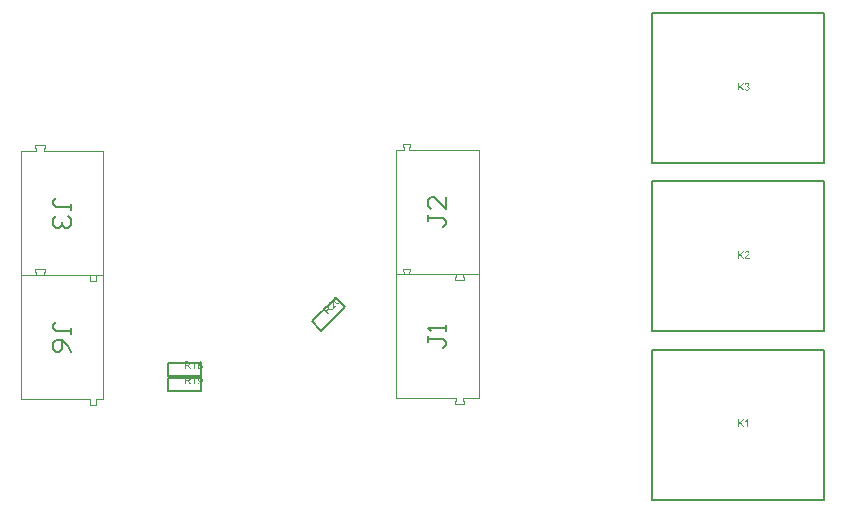
<source format=gbr>
%TF.GenerationSoftware,Altium Limited,Altium Designer,21.6.4 (81)*%
G04 Layer_Color=8388736*
%FSLAX43Y43*%
%MOMM*%
%TF.SameCoordinates,EF7AACBD-433E-4B6D-8733-A8E214C0EB56*%
%TF.FilePolarity,Positive*%
%TF.FileFunction,Other,Top_Assembly*%
%TF.Part,Single*%
G01*
G75*
%TA.AperFunction,NonConductor*%
%ADD58C,0.100*%
%ADD60C,0.200*%
%ADD79C,0.150*%
G36*
X27031Y23785D02*
X26952D01*
Y24286D01*
X26951Y24285D01*
X26947Y24281D01*
X26941Y24275D01*
X26932Y24269D01*
X26922Y24261D01*
X26909Y24251D01*
X26894Y24241D01*
X26877Y24231D01*
X26876D01*
X26876Y24230D01*
X26870Y24226D01*
X26861Y24222D01*
X26850Y24216D01*
X26837Y24210D01*
X26823Y24203D01*
X26809Y24197D01*
X26795Y24191D01*
Y24267D01*
X26796D01*
X26798Y24269D01*
X26802Y24270D01*
X26806Y24273D01*
X26812Y24275D01*
X26818Y24279D01*
X26834Y24288D01*
X26852Y24299D01*
X26871Y24312D01*
X26890Y24326D01*
X26910Y24342D01*
X26911Y24343D01*
X26912Y24344D01*
X26914Y24347D01*
X26918Y24349D01*
X26926Y24359D01*
X26938Y24370D01*
X26949Y24383D01*
X26961Y24398D01*
X26971Y24412D01*
X26980Y24428D01*
X27031D01*
Y23785D01*
D02*
G37*
G36*
X26427Y24424D02*
X26435D01*
X26455Y24423D01*
X26475Y24421D01*
X26497Y24418D01*
X26518Y24413D01*
X26528Y24410D01*
X26536Y24408D01*
X26537D01*
X26538Y24407D01*
X26544Y24404D01*
X26552Y24400D01*
X26562Y24394D01*
X26573Y24386D01*
X26585Y24374D01*
X26596Y24361D01*
X26607Y24347D01*
Y24346D01*
X26608Y24345D01*
X26612Y24339D01*
X26616Y24330D01*
X26621Y24318D01*
X26626Y24304D01*
X26631Y24288D01*
X26633Y24270D01*
X26634Y24251D01*
Y24250D01*
Y24248D01*
Y24244D01*
X26633Y24239D01*
Y24233D01*
X26632Y24226D01*
X26629Y24211D01*
X26623Y24192D01*
X26616Y24173D01*
X26605Y24153D01*
X26597Y24144D01*
X26590Y24135D01*
X26589Y24134D01*
X26588Y24133D01*
X26585Y24130D01*
X26582Y24128D01*
X26577Y24124D01*
X26571Y24120D01*
X26564Y24116D01*
X26557Y24110D01*
X26547Y24105D01*
X26537Y24101D01*
X26526Y24095D01*
X26514Y24091D01*
X26500Y24087D01*
X26486Y24082D01*
X26471Y24079D01*
X26454Y24077D01*
X26456Y24076D01*
X26460Y24074D01*
X26465Y24070D01*
X26472Y24067D01*
X26489Y24056D01*
X26497Y24050D01*
X26505Y24044D01*
X26507Y24043D01*
X26511Y24038D01*
X26519Y24030D01*
X26528Y24021D01*
X26538Y24008D01*
X26550Y23994D01*
X26562Y23978D01*
X26575Y23959D01*
X26685Y23785D01*
X26580D01*
X26496Y23919D01*
Y23920D01*
X26494Y23921D01*
X26492Y23924D01*
X26489Y23928D01*
X26483Y23938D01*
X26474Y23951D01*
X26464Y23965D01*
X26454Y23980D01*
X26444Y23994D01*
X26435Y24006D01*
X26434Y24007D01*
X26431Y24011D01*
X26426Y24017D01*
X26420Y24023D01*
X26406Y24037D01*
X26399Y24043D01*
X26391Y24049D01*
X26390Y24050D01*
X26388Y24051D01*
X26385Y24053D01*
X26379Y24055D01*
X26374Y24058D01*
X26367Y24061D01*
X26352Y24066D01*
X26351D01*
X26350Y24067D01*
X26346D01*
X26341Y24067D01*
X26335Y24068D01*
X26327D01*
X26317Y24069D01*
X26208D01*
Y23785D01*
X26123D01*
Y24425D01*
X26420D01*
X26427Y24424D01*
D02*
G37*
G36*
X27454Y24427D02*
X27462Y24426D01*
X27470Y24425D01*
X27479Y24424D01*
X27489Y24422D01*
X27511Y24416D01*
X27533Y24408D01*
X27544Y24402D01*
X27555Y24396D01*
X27565Y24387D01*
X27575Y24379D01*
X27576Y24378D01*
X27577Y24377D01*
X27580Y24374D01*
X27584Y24371D01*
X27587Y24365D01*
X27592Y24360D01*
X27601Y24346D01*
X27611Y24328D01*
X27619Y24308D01*
X27625Y24285D01*
X27626Y24273D01*
X27627Y24260D01*
Y24259D01*
Y24258D01*
Y24252D01*
X27626Y24244D01*
X27624Y24234D01*
X27622Y24221D01*
X27617Y24208D01*
X27612Y24195D01*
X27603Y24182D01*
X27602Y24180D01*
X27599Y24177D01*
X27593Y24171D01*
X27586Y24164D01*
X27575Y24155D01*
X27563Y24147D01*
X27550Y24139D01*
X27533Y24131D01*
X27534D01*
X27536Y24130D01*
X27538Y24129D01*
X27542Y24128D01*
X27553Y24123D01*
X27566Y24116D01*
X27580Y24107D01*
X27595Y24097D01*
X27609Y24084D01*
X27622Y24069D01*
Y24068D01*
X27623Y24067D01*
X27626Y24062D01*
X27632Y24053D01*
X27637Y24041D01*
X27643Y24026D01*
X27649Y24008D01*
X27652Y23989D01*
X27653Y23968D01*
Y23967D01*
Y23964D01*
Y23959D01*
X27652Y23954D01*
X27651Y23947D01*
X27650Y23939D01*
X27649Y23930D01*
X27646Y23920D01*
X27639Y23898D01*
X27635Y23886D01*
X27628Y23875D01*
X27622Y23863D01*
X27614Y23852D01*
X27605Y23841D01*
X27595Y23830D01*
X27594Y23829D01*
X27592Y23827D01*
X27589Y23824D01*
X27585Y23822D01*
X27578Y23817D01*
X27572Y23812D01*
X27563Y23808D01*
X27554Y23802D01*
X27544Y23797D01*
X27532Y23792D01*
X27519Y23787D01*
X27506Y23783D01*
X27491Y23780D01*
X27476Y23777D01*
X27460Y23775D01*
X27442Y23774D01*
X27433D01*
X27427Y23775D01*
X27418Y23776D01*
X27409Y23777D01*
X27399Y23779D01*
X27388Y23782D01*
X27363Y23788D01*
X27350Y23793D01*
X27338Y23798D01*
X27325Y23804D01*
X27312Y23811D01*
X27300Y23820D01*
X27289Y23830D01*
X27288Y23831D01*
X27286Y23833D01*
X27283Y23835D01*
X27280Y23840D01*
X27276Y23846D01*
X27270Y23852D01*
X27266Y23859D01*
X27260Y23869D01*
X27255Y23878D01*
X27250Y23889D01*
X27241Y23912D01*
X27237Y23926D01*
X27234Y23940D01*
X27232Y23955D01*
X27232Y23969D01*
Y23970D01*
Y23972D01*
Y23976D01*
X27232Y23980D01*
Y23985D01*
X27233Y23992D01*
X27235Y24006D01*
X27239Y24023D01*
X27244Y24040D01*
X27253Y24057D01*
X27263Y24074D01*
Y24075D01*
X27265Y24076D01*
X27269Y24080D01*
X27276Y24088D01*
X27286Y24097D01*
X27299Y24106D01*
X27315Y24116D01*
X27332Y24125D01*
X27354Y24131D01*
X27353D01*
X27352Y24132D01*
X27349Y24133D01*
X27345Y24135D01*
X27337Y24139D01*
X27326Y24144D01*
X27314Y24152D01*
X27302Y24161D01*
X27291Y24171D01*
X27281Y24182D01*
X27280Y24184D01*
X27277Y24188D01*
X27273Y24195D01*
X27269Y24204D01*
X27265Y24216D01*
X27261Y24230D01*
X27258Y24246D01*
X27257Y24263D01*
Y24263D01*
Y24265D01*
Y24269D01*
X27258Y24275D01*
X27259Y24280D01*
X27260Y24288D01*
X27264Y24303D01*
X27269Y24322D01*
X27279Y24341D01*
X27284Y24351D01*
X27291Y24361D01*
X27299Y24371D01*
X27307Y24380D01*
X27308Y24381D01*
X27310Y24382D01*
X27313Y24385D01*
X27317Y24387D01*
X27321Y24391D01*
X27328Y24395D01*
X27335Y24399D01*
X27342Y24404D01*
X27352Y24409D01*
X27362Y24413D01*
X27373Y24417D01*
X27385Y24421D01*
X27411Y24426D01*
X27426Y24427D01*
X27440Y24428D01*
X27449D01*
X27454Y24427D01*
D02*
G37*
G36*
X38923Y29871D02*
X38940Y29869D01*
X38942Y29868D01*
X38948Y29867D01*
X38956Y29864D01*
X38969Y29860D01*
X38983Y29854D01*
X38999Y29848D01*
X39017Y29840D01*
X39035Y29829D01*
X39036Y29829D01*
X39038Y29828D01*
X39041Y29827D01*
X39045Y29824D01*
X39049Y29821D01*
X39054Y29817D01*
X39062Y29812D01*
X39069Y29807D01*
X39077Y29801D01*
X39086Y29794D01*
X39096Y29785D01*
X39106Y29777D01*
X39117Y29767D01*
X39128Y29757D01*
X39140Y29746D01*
X39152Y29733D01*
X39153Y29733D01*
X39156Y29730D01*
X39160Y29726D01*
X39166Y29720D01*
X39172Y29712D01*
X39180Y29705D01*
X39188Y29695D01*
X39196Y29686D01*
X39215Y29663D01*
X39234Y29638D01*
X39250Y29613D01*
X39258Y29601D01*
X39264Y29588D01*
X39265Y29587D01*
X39266Y29585D01*
X39267Y29581D01*
X39269Y29576D01*
X39272Y29571D01*
X39274Y29563D01*
X39280Y29547D01*
X39285Y29529D01*
X39290Y29507D01*
X39292Y29486D01*
X39291Y29463D01*
X39290Y29462D01*
X39291Y29460D01*
X39290Y29457D01*
X39289Y29453D01*
X39288Y29448D01*
X39287Y29442D01*
X39282Y29427D01*
X39275Y29411D01*
X39266Y29393D01*
X39252Y29374D01*
X39235Y29355D01*
X39229Y29348D01*
X39224Y29344D01*
X39218Y29340D01*
X39210Y29335D01*
X39201Y29329D01*
X39192Y29323D01*
X39181Y29318D01*
X39170Y29312D01*
X39158Y29307D01*
X39145Y29303D01*
X39131Y29300D01*
X39116Y29298D01*
X39101Y29297D01*
X39086Y29298D01*
X39084D01*
X39081Y29299D01*
X39076Y29300D01*
X39067Y29302D01*
X39058Y29305D01*
X39047Y29309D01*
X39033Y29314D01*
X39019Y29320D01*
X39003Y29328D01*
X38986Y29338D01*
X38967Y29349D01*
X38946Y29363D01*
X38925Y29378D01*
X38903Y29395D01*
X38880Y29416D01*
X38857Y29438D01*
X38856Y29439D01*
X38854Y29441D01*
X38849Y29446D01*
X38844Y29451D01*
X38837Y29459D01*
X38829Y29467D01*
X38822Y29476D01*
X38812Y29486D01*
X38794Y29508D01*
X38776Y29533D01*
X38758Y29559D01*
X38751Y29571D01*
X38744Y29584D01*
X38743Y29584D01*
X38743Y29586D01*
X38741Y29590D01*
X38739Y29595D01*
X38736Y29601D01*
X38734Y29608D01*
X38728Y29624D01*
X38723Y29642D01*
X38719Y29663D01*
X38716Y29686D01*
X38718Y29708D01*
X38718Y29709D01*
X38718Y29710D01*
X38718Y29714D01*
X38720Y29718D01*
X38720Y29724D01*
X38722Y29729D01*
X38727Y29744D01*
X38734Y29761D01*
X38743Y29779D01*
X38757Y29798D01*
X38773Y29817D01*
X38779Y29823D01*
X38787Y29829D01*
X38797Y29837D01*
X38809Y29845D01*
X38822Y29852D01*
X38836Y29860D01*
X38852Y29865D01*
X38852Y29866D01*
X38854D01*
X38859Y29867D01*
X38867Y29869D01*
X38879Y29871D01*
X38892Y29872D01*
X38907Y29873D01*
X38923Y29871D01*
D02*
G37*
G36*
X38571Y29533D02*
X38582D01*
X38590Y29532D01*
X38598Y29531D01*
X38608Y29529D01*
X38627Y29523D01*
X38649Y29514D01*
X38660Y29508D01*
X38670Y29501D01*
X38680Y29493D01*
X38691Y29484D01*
X38692Y29482D01*
X38695Y29479D01*
X38700Y29473D01*
X38707Y29465D01*
X38713Y29456D01*
X38720Y29444D01*
X38727Y29432D01*
X38733Y29418D01*
X38733Y29416D01*
X38735Y29412D01*
X38738Y29404D01*
X38741Y29393D01*
X38744Y29380D01*
X38747Y29363D01*
X38749Y29346D01*
X38751Y29325D01*
Y29323D01*
X38752Y29316D01*
Y29309D01*
Y29303D01*
Y29295D01*
Y29284D01*
Y29274D01*
X38751Y29261D01*
Y29248D01*
X38750Y29233D01*
X38749Y29218D01*
X38748Y29200D01*
X38746Y29181D01*
X38745Y29161D01*
Y29160D01*
Y29157D01*
X38744Y29153D01*
X38744Y29147D01*
Y29139D01*
X38743Y29131D01*
X38741Y29112D01*
X38740Y29091D01*
X38739Y29070D01*
X38739Y29053D01*
X38738Y29046D01*
Y29039D01*
Y29038D01*
Y29034D01*
Y29029D01*
X38739Y29021D01*
X38740Y29014D01*
X38741Y29005D01*
X38744Y28986D01*
X38967Y29209D01*
X39020Y29155D01*
X38720Y28855D01*
X38720Y28856D01*
X38717Y28859D01*
X38713Y28863D01*
X38709Y28868D01*
X38703Y28875D01*
X38698Y28883D01*
X38693Y28891D01*
X38688Y28900D01*
X38688Y28901D01*
Y28902D01*
X38685Y28908D01*
X38682Y28916D01*
X38678Y28928D01*
X38674Y28942D01*
X38670Y28959D01*
X38667Y28977D01*
X38665Y28997D01*
X38664Y28998D01*
X38665Y29000D01*
X38664Y29007D01*
Y29019D01*
Y29036D01*
Y29055D01*
X38665Y29080D01*
X38667Y29108D01*
X38669Y29138D01*
Y29139D01*
X38670Y29144D01*
X38671Y29151D01*
X38671Y29159D01*
X38672Y29170D01*
X38673Y29184D01*
X38674Y29197D01*
X38675Y29213D01*
X38676Y29245D01*
X38676Y29277D01*
Y29293D01*
X38676Y29308D01*
X38675Y29322D01*
X38673Y29334D01*
X38673Y29335D01*
X38673Y29337D01*
X38673Y29340D01*
X38671Y29344D01*
X38669Y29355D01*
X38665Y29369D01*
X38660Y29384D01*
X38653Y29400D01*
X38643Y29415D01*
X38633Y29428D01*
X38632Y29429D01*
X38631Y29429D01*
X38627Y29433D01*
X38620Y29439D01*
X38610Y29444D01*
X38599Y29450D01*
X38585Y29455D01*
X38570Y29458D01*
X38553Y29459D01*
X38550D01*
X38544Y29459D01*
X38537Y29457D01*
X38525Y29455D01*
X38512Y29450D01*
X38497Y29443D01*
X38482Y29433D01*
X38468Y29420D01*
X38464Y29416D01*
X38462Y29413D01*
X38455Y29405D01*
X38448Y29393D01*
X38440Y29381D01*
X38434Y29365D01*
X38429Y29349D01*
X38427Y29331D01*
Y29329D01*
X38428Y29323D01*
X38429Y29314D01*
X38433Y29302D01*
X38438Y29288D01*
X38446Y29272D01*
X38456Y29257D01*
X38470Y29240D01*
X38407Y29189D01*
X38406Y29190D01*
X38405Y29193D01*
X38402Y29196D01*
X38398Y29201D01*
X38394Y29208D01*
X38389Y29215D01*
X38384Y29224D01*
X38379Y29233D01*
X38369Y29254D01*
X38361Y29278D01*
X38357Y29290D01*
X38355Y29304D01*
X38354Y29317D01*
Y29330D01*
Y29331D01*
X38355Y29333D01*
Y29337D01*
X38356Y29342D01*
X38357Y29349D01*
X38359Y29356D01*
X38361Y29365D01*
X38365Y29374D01*
X38369Y29385D01*
X38373Y29396D01*
X38379Y29407D01*
X38386Y29419D01*
X38393Y29431D01*
X38402Y29443D01*
X38412Y29455D01*
X38423Y29467D01*
X38430Y29474D01*
X38435Y29478D01*
X38441Y29482D01*
X38448Y29488D01*
X38457Y29494D01*
X38465Y29500D01*
X38487Y29512D01*
X38510Y29523D01*
X38523Y29527D01*
X38536Y29531D01*
X38550Y29533D01*
X38563Y29534D01*
X38565D01*
X38567Y29535D01*
X38571Y29533D01*
D02*
G37*
G36*
X38223Y29172D02*
X38241Y29170D01*
X38242Y29169D01*
X38243D01*
X38250Y29168D01*
X38259Y29164D01*
X38271Y29159D01*
X38284Y29153D01*
X38299Y29144D01*
X38314Y29134D01*
X38328Y29121D01*
X38329Y29120D01*
X38330Y29119D01*
X38333Y29116D01*
X38335Y29112D01*
X38340Y29108D01*
X38344Y29103D01*
X38352Y29089D01*
X38361Y29072D01*
X38370Y29053D01*
X38376Y29031D01*
X38377Y29019D01*
X38378Y29008D01*
Y29006D01*
Y29005D01*
Y29001D01*
X38378Y28997D01*
X38377Y28991D01*
X38376Y28984D01*
X38374Y28976D01*
X38373Y28967D01*
X38369Y28957D01*
X38365Y28946D01*
X38361Y28934D01*
X38356Y28923D01*
X38349Y28910D01*
X38342Y28897D01*
X38333Y28884D01*
X38323Y28870D01*
X38325Y28871D01*
X38329Y28872D01*
X38336Y28874D01*
X38344Y28876D01*
X38363Y28881D01*
X38373Y28882D01*
X38382Y28883D01*
X38415D01*
X38431Y28882D01*
X38450Y28880D01*
X38470Y28877D01*
X38492Y28873D01*
X38693Y28828D01*
X38618Y28753D01*
X38465Y28788D01*
X38464Y28789D01*
X38461D01*
X38458Y28789D01*
X38454Y28790D01*
X38442Y28793D01*
X38427Y28796D01*
X38410Y28799D01*
X38392Y28802D01*
X38375Y28804D01*
X38359Y28807D01*
X38358D01*
X38354Y28808D01*
X38346Y28808D01*
X38318D01*
X38308Y28808D01*
X38299Y28806D01*
X38297D01*
X38295Y28806D01*
X38291Y28804D01*
X38286Y28802D01*
X38280Y28800D01*
X38273Y28798D01*
X38259Y28791D01*
X38259Y28790D01*
X38257Y28789D01*
X38254Y28787D01*
X38250Y28784D01*
X38245Y28780D01*
X38240Y28775D01*
X38232Y28768D01*
X38155Y28691D01*
X38355Y28491D01*
X38295Y28430D01*
X37843Y28883D01*
X38053Y29093D01*
X38059Y29097D01*
X38065Y29103D01*
X38079Y29116D01*
X38095Y29129D01*
X38113Y29142D01*
X38131Y29153D01*
X38140Y29159D01*
X38148Y29163D01*
X38148Y29163D01*
X38150D01*
X38155Y29165D01*
X38164Y29169D01*
X38176Y29171D01*
X38189Y29173D01*
X38206Y29174D01*
X38223Y29172D01*
D02*
G37*
G36*
X73223Y33512D02*
X73503Y33132D01*
X73391D01*
X73163Y33454D01*
X73059Y33354D01*
Y33132D01*
X72974D01*
Y33772D01*
X73059D01*
Y33453D01*
X73375Y33772D01*
X73491D01*
X73223Y33512D01*
D02*
G37*
G36*
X73769Y33773D02*
X73776Y33772D01*
X73786Y33772D01*
X73796Y33770D01*
X73806Y33768D01*
X73830Y33761D01*
X73854Y33752D01*
X73866Y33747D01*
X73878Y33740D01*
X73889Y33732D01*
X73899Y33723D01*
X73900Y33722D01*
X73902Y33721D01*
X73904Y33717D01*
X73908Y33713D01*
X73912Y33709D01*
X73917Y33702D01*
X73921Y33696D01*
X73927Y33687D01*
X73936Y33670D01*
X73946Y33648D01*
X73949Y33637D01*
X73951Y33624D01*
X73953Y33611D01*
X73954Y33597D01*
Y33595D01*
Y33590D01*
X73953Y33583D01*
X73952Y33573D01*
X73950Y33562D01*
X73946Y33549D01*
X73943Y33535D01*
X73937Y33521D01*
X73936Y33519D01*
X73934Y33515D01*
X73931Y33507D01*
X73925Y33497D01*
X73918Y33486D01*
X73909Y33472D01*
X73897Y33458D01*
X73884Y33442D01*
X73883Y33441D01*
X73878Y33435D01*
X73873Y33430D01*
X73869Y33426D01*
X73863Y33420D01*
X73856Y33413D01*
X73848Y33405D01*
X73839Y33397D01*
X73830Y33388D01*
X73819Y33378D01*
X73807Y33368D01*
X73794Y33355D01*
X73779Y33343D01*
X73764Y33331D01*
X73763Y33330D01*
X73762Y33328D01*
X73758Y33325D01*
X73753Y33321D01*
X73748Y33316D01*
X73741Y33310D01*
X73726Y33298D01*
X73711Y33284D01*
X73696Y33270D01*
X73683Y33258D01*
X73677Y33254D01*
X73673Y33249D01*
X73672Y33248D01*
X73669Y33245D01*
X73665Y33242D01*
X73661Y33236D01*
X73656Y33230D01*
X73651Y33223D01*
X73639Y33208D01*
X73955D01*
Y33132D01*
X73530D01*
Y33133D01*
Y33136D01*
Y33142D01*
X73531Y33149D01*
X73532Y33158D01*
X73534Y33167D01*
X73536Y33176D01*
X73540Y33186D01*
Y33187D01*
X73541Y33188D01*
X73542Y33194D01*
X73546Y33202D01*
X73552Y33213D01*
X73559Y33226D01*
X73568Y33241D01*
X73578Y33256D01*
X73591Y33271D01*
Y33272D01*
X73593Y33273D01*
X73598Y33279D01*
X73606Y33287D01*
X73618Y33299D01*
X73632Y33313D01*
X73650Y33330D01*
X73671Y33348D01*
X73694Y33368D01*
X73695Y33368D01*
X73699Y33371D01*
X73704Y33376D01*
X73711Y33381D01*
X73719Y33389D01*
X73729Y33397D01*
X73739Y33406D01*
X73751Y33417D01*
X73774Y33439D01*
X73798Y33461D01*
X73809Y33472D01*
X73819Y33483D01*
X73828Y33493D01*
X73835Y33503D01*
Y33504D01*
X73837Y33505D01*
X73839Y33508D01*
X73841Y33512D01*
X73848Y33522D01*
X73855Y33534D01*
X73861Y33549D01*
X73868Y33564D01*
X73872Y33582D01*
X73873Y33599D01*
Y33600D01*
Y33601D01*
X73872Y33606D01*
X73872Y33615D01*
X73869Y33625D01*
X73865Y33638D01*
X73859Y33651D01*
X73850Y33664D01*
X73839Y33677D01*
X73837Y33679D01*
X73833Y33683D01*
X73826Y33687D01*
X73816Y33694D01*
X73803Y33699D01*
X73788Y33705D01*
X73771Y33709D01*
X73751Y33710D01*
X73746D01*
X73742Y33709D01*
X73731Y33708D01*
X73718Y33705D01*
X73704Y33701D01*
X73688Y33695D01*
X73674Y33686D01*
X73660Y33675D01*
X73658Y33674D01*
X73654Y33669D01*
X73649Y33662D01*
X73643Y33650D01*
X73637Y33637D01*
X73631Y33621D01*
X73627Y33602D01*
X73626Y33581D01*
X73545Y33589D01*
Y33590D01*
X73546Y33593D01*
Y33598D01*
X73547Y33604D01*
X73549Y33612D01*
X73551Y33620D01*
X73553Y33630D01*
X73556Y33640D01*
X73564Y33662D01*
X73575Y33685D01*
X73581Y33696D01*
X73590Y33707D01*
X73598Y33717D01*
X73607Y33726D01*
X73608Y33727D01*
X73610Y33728D01*
X73613Y33731D01*
X73617Y33734D01*
X73623Y33737D01*
X73629Y33741D01*
X73637Y33746D01*
X73646Y33750D01*
X73656Y33755D01*
X73667Y33760D01*
X73679Y33763D01*
X73692Y33767D01*
X73706Y33770D01*
X73721Y33772D01*
X73737Y33773D01*
X73753Y33774D01*
X73762D01*
X73769Y33773D01*
D02*
G37*
G36*
X73762Y48008D02*
X73774Y48007D01*
X73788Y48004D01*
X73805Y47999D01*
X73822Y47994D01*
X73838Y47986D01*
X73839D01*
X73840Y47985D01*
X73846Y47983D01*
X73854Y47977D01*
X73863Y47971D01*
X73874Y47961D01*
X73885Y47951D01*
X73897Y47939D01*
X73906Y47925D01*
X73907Y47923D01*
X73909Y47919D01*
X73913Y47910D01*
X73918Y47900D01*
X73922Y47888D01*
X73926Y47874D01*
X73929Y47859D01*
X73930Y47843D01*
Y47841D01*
Y47836D01*
X73929Y47828D01*
X73927Y47818D01*
X73924Y47806D01*
X73920Y47793D01*
X73914Y47780D01*
X73907Y47767D01*
X73906Y47765D01*
X73903Y47762D01*
X73897Y47755D01*
X73890Y47748D01*
X73881Y47739D01*
X73870Y47730D01*
X73857Y47722D01*
X73841Y47714D01*
X73842D01*
X73844Y47713D01*
X73847Y47712D01*
X73850Y47711D01*
X73860Y47707D01*
X73873Y47702D01*
X73888Y47694D01*
X73903Y47685D01*
X73917Y47673D01*
X73930Y47659D01*
X73931Y47657D01*
X73934Y47652D01*
X73940Y47642D01*
X73946Y47630D01*
X73951Y47616D01*
X73957Y47598D01*
X73960Y47578D01*
X73961Y47555D01*
Y47555D01*
Y47552D01*
Y47547D01*
X73960Y47542D01*
X73959Y47534D01*
X73958Y47526D01*
X73956Y47517D01*
X73954Y47506D01*
X73946Y47484D01*
X73941Y47472D01*
X73935Y47461D01*
X73928Y47449D01*
X73920Y47437D01*
X73910Y47425D01*
X73899Y47414D01*
X73898Y47413D01*
X73897Y47411D01*
X73893Y47408D01*
X73888Y47405D01*
X73883Y47400D01*
X73875Y47396D01*
X73867Y47390D01*
X73857Y47385D01*
X73847Y47380D01*
X73835Y47374D01*
X73823Y47370D01*
X73809Y47365D01*
X73794Y47361D01*
X73778Y47359D01*
X73762Y47357D01*
X73745Y47356D01*
X73737D01*
X73731Y47357D01*
X73724Y47358D01*
X73715Y47359D01*
X73706Y47360D01*
X73696Y47362D01*
X73674Y47368D01*
X73651Y47377D01*
X73639Y47383D01*
X73627Y47389D01*
X73616Y47397D01*
X73605Y47406D01*
X73604Y47407D01*
X73603Y47408D01*
X73600Y47411D01*
X73597Y47415D01*
X73592Y47420D01*
X73588Y47426D01*
X73582Y47432D01*
X73577Y47441D01*
X73571Y47450D01*
X73566Y47459D01*
X73555Y47481D01*
X73547Y47507D01*
X73544Y47521D01*
X73542Y47536D01*
X73621Y47546D01*
Y47545D01*
X73622Y47543D01*
X73623Y47540D01*
X73624Y47535D01*
X73625Y47530D01*
X73627Y47523D01*
X73631Y47509D01*
X73638Y47493D01*
X73646Y47477D01*
X73655Y47462D01*
X73666Y47449D01*
X73668Y47448D01*
X73672Y47445D01*
X73679Y47440D01*
X73688Y47435D01*
X73700Y47430D01*
X73713Y47425D01*
X73729Y47421D01*
X73746Y47420D01*
X73751D01*
X73755Y47421D01*
X73765Y47422D01*
X73778Y47425D01*
X73793Y47430D01*
X73809Y47436D01*
X73824Y47445D01*
X73839Y47458D01*
X73841Y47460D01*
X73846Y47466D01*
X73851Y47474D01*
X73859Y47485D01*
X73866Y47499D01*
X73872Y47515D01*
X73876Y47533D01*
X73878Y47554D01*
Y47555D01*
Y47556D01*
Y47559D01*
X73877Y47563D01*
X73876Y47573D01*
X73873Y47585D01*
X73870Y47600D01*
X73863Y47615D01*
X73854Y47629D01*
X73842Y47643D01*
X73840Y47645D01*
X73835Y47649D01*
X73828Y47654D01*
X73818Y47661D01*
X73805Y47667D01*
X73789Y47673D01*
X73772Y47677D01*
X73752Y47678D01*
X73744D01*
X73737Y47678D01*
X73729Y47677D01*
X73720Y47675D01*
X73709Y47673D01*
X73697Y47670D01*
X73706Y47739D01*
X73711D01*
X73714Y47739D01*
X73726D01*
X73737Y47740D01*
X73749Y47742D01*
X73762Y47745D01*
X73778Y47750D01*
X73793Y47756D01*
X73809Y47764D01*
X73810D01*
X73811Y47765D01*
X73815Y47769D01*
X73822Y47776D01*
X73829Y47784D01*
X73836Y47796D01*
X73843Y47810D01*
X73848Y47825D01*
X73849Y47835D01*
Y47845D01*
Y47846D01*
Y47847D01*
Y47852D01*
X73848Y47860D01*
X73846Y47870D01*
X73842Y47881D01*
X73837Y47893D01*
X73830Y47905D01*
X73820Y47916D01*
X73819Y47917D01*
X73814Y47921D01*
X73808Y47925D01*
X73799Y47931D01*
X73788Y47935D01*
X73775Y47940D01*
X73761Y47944D01*
X73744Y47945D01*
X73737D01*
X73728Y47943D01*
X73717Y47941D01*
X73705Y47937D01*
X73693Y47933D01*
X73680Y47925D01*
X73668Y47916D01*
X73667Y47915D01*
X73664Y47910D01*
X73658Y47904D01*
X73651Y47895D01*
X73645Y47883D01*
X73639Y47868D01*
X73633Y47850D01*
X73629Y47830D01*
X73551Y47844D01*
Y47845D01*
X73552Y47848D01*
X73553Y47851D01*
X73553Y47857D01*
X73555Y47863D01*
X73558Y47871D01*
X73564Y47888D01*
X73573Y47909D01*
X73584Y47929D01*
X73598Y47948D01*
X73615Y47966D01*
X73616Y47967D01*
X73618Y47968D01*
X73621Y47970D01*
X73625Y47972D01*
X73629Y47976D01*
X73636Y47980D01*
X73642Y47984D01*
X73651Y47988D01*
X73669Y47996D01*
X73690Y48003D01*
X73715Y48008D01*
X73728Y48009D01*
X73751D01*
X73762Y48008D01*
D02*
G37*
G36*
X73223Y47747D02*
X73503Y47367D01*
X73391D01*
X73163Y47690D01*
X73059Y47589D01*
Y47367D01*
X72974D01*
Y48007D01*
X73059D01*
Y47689D01*
X73375Y48007D01*
X73491D01*
X73223Y47747D01*
D02*
G37*
G36*
X27444Y23132D02*
X27449D01*
X27455Y23131D01*
X27471Y23128D01*
X27489Y23124D01*
X27508Y23118D01*
X27527Y23110D01*
X27547Y23098D01*
X27548D01*
X27549Y23097D01*
X27551Y23095D01*
X27555Y23092D01*
X27564Y23085D01*
X27576Y23074D01*
X27588Y23061D01*
X27602Y23044D01*
X27614Y23024D01*
X27625Y23002D01*
Y23001D01*
X27626Y23000D01*
X27628Y22996D01*
X27630Y22991D01*
X27632Y22985D01*
X27635Y22976D01*
X27636Y22967D01*
X27639Y22957D01*
X27642Y22945D01*
X27645Y22931D01*
X27647Y22916D01*
X27649Y22901D01*
X27650Y22883D01*
X27652Y22865D01*
X27653Y22844D01*
Y22823D01*
Y22822D01*
Y22817D01*
Y22811D01*
Y22803D01*
X27652Y22792D01*
Y22780D01*
X27651Y22767D01*
X27649Y22753D01*
X27647Y22721D01*
X27642Y22688D01*
X27636Y22656D01*
X27631Y22641D01*
X27626Y22627D01*
Y22626D01*
X27625Y22624D01*
X27624Y22620D01*
X27622Y22615D01*
X27619Y22609D01*
X27615Y22602D01*
X27606Y22586D01*
X27595Y22569D01*
X27582Y22550D01*
X27565Y22533D01*
X27547Y22517D01*
X27546D01*
X27544Y22515D01*
X27541Y22513D01*
X27538Y22511D01*
X27532Y22509D01*
X27526Y22505D01*
X27519Y22501D01*
X27512Y22498D01*
X27494Y22491D01*
X27473Y22485D01*
X27450Y22481D01*
X27424Y22479D01*
X27416D01*
X27412Y22480D01*
X27405D01*
X27398Y22481D01*
X27380Y22485D01*
X27361Y22489D01*
X27341Y22497D01*
X27320Y22507D01*
X27310Y22513D01*
X27301Y22521D01*
X27300Y22522D01*
X27299Y22522D01*
X27296Y22525D01*
X27293Y22528D01*
X27290Y22533D01*
X27285Y22538D01*
X27276Y22551D01*
X27267Y22568D01*
X27257Y22588D01*
X27250Y22611D01*
X27244Y22638D01*
X27320Y22644D01*
Y22644D01*
X27321Y22642D01*
Y22640D01*
X27322Y22636D01*
X27325Y22626D01*
X27329Y22615D01*
X27333Y22602D01*
X27340Y22589D01*
X27347Y22577D01*
X27356Y22567D01*
X27357Y22566D01*
X27361Y22563D01*
X27367Y22559D01*
X27375Y22556D01*
X27385Y22551D01*
X27397Y22547D01*
X27411Y22545D01*
X27426Y22544D01*
X27432D01*
X27439Y22545D01*
X27447Y22546D01*
X27457Y22547D01*
X27467Y22550D01*
X27478Y22554D01*
X27489Y22559D01*
X27489Y22560D01*
X27493Y22562D01*
X27499Y22566D01*
X27504Y22571D01*
X27512Y22578D01*
X27519Y22585D01*
X27526Y22594D01*
X27534Y22604D01*
X27535Y22605D01*
X27537Y22609D01*
X27540Y22616D01*
X27544Y22624D01*
X27549Y22635D01*
X27553Y22648D01*
X27558Y22663D01*
X27563Y22680D01*
Y22681D01*
X27563Y22681D01*
Y22684D01*
X27564Y22688D01*
X27566Y22697D01*
X27569Y22709D01*
X27571Y22724D01*
X27573Y22740D01*
X27574Y22757D01*
X27575Y22776D01*
Y22777D01*
Y22779D01*
Y22784D01*
Y22791D01*
X27574Y22790D01*
X27570Y22785D01*
X27564Y22779D01*
X27558Y22769D01*
X27549Y22760D01*
X27538Y22750D01*
X27525Y22740D01*
X27510Y22730D01*
X27508Y22730D01*
X27502Y22727D01*
X27494Y22723D01*
X27484Y22719D01*
X27470Y22715D01*
X27455Y22711D01*
X27439Y22708D01*
X27421Y22707D01*
X27414D01*
X27408Y22708D01*
X27401Y22709D01*
X27393Y22710D01*
X27384Y22712D01*
X27375Y22715D01*
X27354Y22721D01*
X27342Y22726D01*
X27331Y22731D01*
X27319Y22738D01*
X27308Y22746D01*
X27297Y22755D01*
X27287Y22765D01*
X27286Y22766D01*
X27284Y22767D01*
X27282Y22770D01*
X27279Y22775D01*
X27274Y22781D01*
X27269Y22788D01*
X27265Y22796D01*
X27260Y22805D01*
X27255Y22816D01*
X27250Y22827D01*
X27245Y22840D01*
X27241Y22853D01*
X27237Y22867D01*
X27235Y22883D01*
X27233Y22899D01*
X27232Y22916D01*
Y22917D01*
Y22921D01*
Y22926D01*
X27233Y22932D01*
X27234Y22940D01*
X27235Y22951D01*
X27237Y22961D01*
X27240Y22973D01*
X27246Y22997D01*
X27251Y23010D01*
X27257Y23024D01*
X27263Y23037D01*
X27271Y23049D01*
X27280Y23061D01*
X27290Y23073D01*
X27291Y23073D01*
X27293Y23075D01*
X27295Y23078D01*
X27300Y23082D01*
X27306Y23086D01*
X27313Y23092D01*
X27320Y23097D01*
X27330Y23103D01*
X27339Y23109D01*
X27350Y23113D01*
X27375Y23123D01*
X27388Y23127D01*
X27403Y23130D01*
X27417Y23132D01*
X27433Y23133D01*
X27440D01*
X27444Y23132D01*
D02*
G37*
G36*
X27031Y22490D02*
X26952D01*
Y22990D01*
X26951Y22989D01*
X26947Y22986D01*
X26941Y22980D01*
X26932Y22974D01*
X26922Y22965D01*
X26909Y22956D01*
X26894Y22946D01*
X26877Y22936D01*
X26876D01*
X26876Y22935D01*
X26870Y22931D01*
X26861Y22926D01*
X26850Y22921D01*
X26837Y22914D01*
X26823Y22908D01*
X26809Y22902D01*
X26795Y22896D01*
Y22972D01*
X26796D01*
X26798Y22974D01*
X26802Y22975D01*
X26806Y22977D01*
X26812Y22980D01*
X26818Y22984D01*
X26834Y22993D01*
X26852Y23003D01*
X26871Y23016D01*
X26890Y23031D01*
X26910Y23047D01*
X26911Y23048D01*
X26912Y23049D01*
X26914Y23051D01*
X26918Y23054D01*
X26926Y23063D01*
X26938Y23074D01*
X26949Y23087D01*
X26961Y23102D01*
X26971Y23117D01*
X26980Y23133D01*
X27031D01*
Y22490D01*
D02*
G37*
G36*
X26427Y23129D02*
X26435D01*
X26455Y23128D01*
X26475Y23125D01*
X26497Y23122D01*
X26518Y23118D01*
X26528Y23115D01*
X26536Y23112D01*
X26537D01*
X26538Y23111D01*
X26544Y23109D01*
X26552Y23105D01*
X26562Y23098D01*
X26573Y23090D01*
X26585Y23079D01*
X26596Y23066D01*
X26607Y23051D01*
Y23050D01*
X26608Y23049D01*
X26612Y23044D01*
X26616Y23035D01*
X26621Y23023D01*
X26626Y23009D01*
X26631Y22992D01*
X26633Y22975D01*
X26634Y22955D01*
Y22954D01*
Y22952D01*
Y22949D01*
X26633Y22944D01*
Y22938D01*
X26632Y22931D01*
X26629Y22915D01*
X26623Y22897D01*
X26616Y22877D01*
X26605Y22858D01*
X26597Y22849D01*
X26590Y22840D01*
X26589Y22839D01*
X26588Y22838D01*
X26585Y22835D01*
X26582Y22832D01*
X26577Y22828D01*
X26571Y22825D01*
X26564Y22820D01*
X26557Y22815D01*
X26547Y22810D01*
X26537Y22805D01*
X26526Y22800D01*
X26514Y22795D01*
X26500Y22791D01*
X26486Y22787D01*
X26471Y22784D01*
X26454Y22781D01*
X26456Y22780D01*
X26460Y22779D01*
X26465Y22775D01*
X26472Y22771D01*
X26489Y22761D01*
X26497Y22755D01*
X26505Y22749D01*
X26507Y22747D01*
X26511Y22742D01*
X26519Y22735D01*
X26528Y22726D01*
X26538Y22713D01*
X26550Y22699D01*
X26562Y22682D01*
X26575Y22664D01*
X26685Y22490D01*
X26580D01*
X26496Y22623D01*
Y22624D01*
X26494Y22626D01*
X26492Y22629D01*
X26489Y22632D01*
X26483Y22643D01*
X26474Y22656D01*
X26464Y22669D01*
X26454Y22684D01*
X26444Y22698D01*
X26435Y22711D01*
X26434Y22712D01*
X26431Y22716D01*
X26426Y22721D01*
X26420Y22728D01*
X26406Y22742D01*
X26399Y22748D01*
X26391Y22754D01*
X26390Y22755D01*
X26388Y22755D01*
X26385Y22757D01*
X26379Y22760D01*
X26374Y22763D01*
X26367Y22766D01*
X26352Y22770D01*
X26351D01*
X26350Y22771D01*
X26346D01*
X26341Y22772D01*
X26335Y22773D01*
X26327D01*
X26317Y22774D01*
X26208D01*
Y22490D01*
X26123D01*
Y23130D01*
X26420D01*
X26427Y23129D01*
D02*
G37*
G36*
X73223Y19272D02*
X73503Y18892D01*
X73391D01*
X73164Y19215D01*
X73059Y19114D01*
Y18892D01*
X72974D01*
Y19532D01*
X73059D01*
Y19214D01*
X73375Y19532D01*
X73491D01*
X73223Y19272D01*
D02*
G37*
G36*
X73838Y18892D02*
X73759D01*
Y19392D01*
X73758Y19391D01*
X73754Y19388D01*
X73748Y19382D01*
X73739Y19375D01*
X73729Y19367D01*
X73716Y19358D01*
X73701Y19348D01*
X73684Y19338D01*
X73683D01*
X73682Y19337D01*
X73677Y19333D01*
X73668Y19328D01*
X73657Y19323D01*
X73644Y19316D01*
X73630Y19310D01*
X73616Y19303D01*
X73602Y19298D01*
Y19374D01*
X73603D01*
X73605Y19375D01*
X73608Y19376D01*
X73613Y19379D01*
X73619Y19382D01*
X73625Y19386D01*
X73641Y19395D01*
X73659Y19405D01*
X73678Y19418D01*
X73697Y19433D01*
X73717Y19449D01*
X73718Y19449D01*
X73718Y19450D01*
X73721Y19453D01*
X73725Y19456D01*
X73733Y19465D01*
X73744Y19476D01*
X73755Y19489D01*
X73767Y19504D01*
X73778Y19519D01*
X73787Y19535D01*
X73838D01*
Y18892D01*
D02*
G37*
%LPC*%
G36*
X26410Y24354D02*
X26208D01*
Y24142D01*
X26399D01*
X26410Y24143D01*
X26423Y24144D01*
X26437Y24145D01*
X26452Y24147D01*
X26467Y24150D01*
X26480Y24153D01*
X26482Y24154D01*
X26485Y24156D01*
X26491Y24159D01*
X26498Y24163D01*
X26507Y24168D01*
X26515Y24175D01*
X26523Y24183D01*
X26530Y24192D01*
X26531Y24193D01*
X26533Y24197D01*
X26535Y24202D01*
X26539Y24210D01*
X26542Y24218D01*
X26545Y24227D01*
X26546Y24239D01*
X26547Y24250D01*
Y24251D01*
Y24251D01*
X26546Y24257D01*
X26546Y24265D01*
X26544Y24276D01*
X26539Y24288D01*
X26533Y24300D01*
X26525Y24312D01*
X26514Y24324D01*
X26512Y24325D01*
X26508Y24329D01*
X26500Y24334D01*
X26488Y24339D01*
X26474Y24345D01*
X26456Y24349D01*
X26435Y24353D01*
X26410Y24354D01*
D02*
G37*
G36*
X27442Y24363D02*
X27435D01*
X27427Y24361D01*
X27416Y24360D01*
X27403Y24356D01*
X27391Y24351D01*
X27379Y24344D01*
X27367Y24334D01*
X27366Y24333D01*
X27362Y24329D01*
X27357Y24323D01*
X27353Y24314D01*
X27347Y24304D01*
X27342Y24292D01*
X27339Y24279D01*
X27338Y24264D01*
Y24263D01*
Y24263D01*
X27339Y24257D01*
X27340Y24249D01*
X27342Y24239D01*
X27345Y24226D01*
X27350Y24214D01*
X27357Y24202D01*
X27367Y24190D01*
X27367Y24190D01*
X27372Y24186D01*
X27379Y24181D01*
X27387Y24177D01*
X27398Y24171D01*
X27411Y24166D01*
X27426Y24163D01*
X27442Y24162D01*
X27444D01*
X27450Y24163D01*
X27458Y24164D01*
X27469Y24165D01*
X27481Y24169D01*
X27493Y24174D01*
X27506Y24181D01*
X27517Y24190D01*
X27518Y24191D01*
X27522Y24196D01*
X27526Y24202D01*
X27532Y24210D01*
X27538Y24220D01*
X27542Y24232D01*
X27546Y24246D01*
X27547Y24261D01*
Y24262D01*
Y24263D01*
Y24268D01*
X27545Y24276D01*
X27543Y24287D01*
X27539Y24298D01*
X27534Y24310D01*
X27526Y24322D01*
X27516Y24334D01*
X27515Y24335D01*
X27511Y24338D01*
X27504Y24343D01*
X27496Y24349D01*
X27485Y24354D01*
X27473Y24359D01*
X27458Y24362D01*
X27442Y24363D01*
D02*
G37*
G36*
X27440Y24098D02*
X27434D01*
X27430Y24097D01*
X27420Y24096D01*
X27407Y24093D01*
X27392Y24089D01*
X27378Y24082D01*
X27362Y24073D01*
X27348Y24061D01*
X27346Y24059D01*
X27342Y24055D01*
X27337Y24046D01*
X27330Y24036D01*
X27323Y24022D01*
X27318Y24006D01*
X27314Y23989D01*
X27312Y23969D01*
Y23968D01*
Y23964D01*
X27313Y23957D01*
X27314Y23949D01*
X27316Y23939D01*
X27318Y23928D01*
X27322Y23917D01*
X27327Y23905D01*
X27328Y23904D01*
X27330Y23899D01*
X27333Y23894D01*
X27339Y23887D01*
X27345Y23879D01*
X27354Y23871D01*
X27363Y23863D01*
X27374Y23856D01*
X27376Y23855D01*
X27379Y23853D01*
X27386Y23850D01*
X27394Y23847D01*
X27404Y23845D01*
X27416Y23842D01*
X27429Y23840D01*
X27442Y23839D01*
X27448D01*
X27452Y23840D01*
X27463Y23841D01*
X27476Y23844D01*
X27490Y23848D01*
X27506Y23854D01*
X27521Y23863D01*
X27536Y23875D01*
X27538Y23877D01*
X27541Y23882D01*
X27548Y23890D01*
X27554Y23900D01*
X27561Y23913D01*
X27567Y23929D01*
X27571Y23947D01*
X27573Y23967D01*
Y23968D01*
Y23969D01*
Y23972D01*
X27572Y23976D01*
X27571Y23986D01*
X27568Y24000D01*
X27563Y24014D01*
X27557Y24030D01*
X27548Y24045D01*
X27535Y24060D01*
X27533Y24062D01*
X27528Y24066D01*
X27520Y24072D01*
X27509Y24079D01*
X27495Y24086D01*
X27478Y24092D01*
X27460Y24096D01*
X27440Y24098D01*
D02*
G37*
G36*
X38911Y29800D02*
X38884D01*
X38868Y29797D01*
X38851Y29792D01*
X38843Y29788D01*
X38834Y29784D01*
X38826Y29777D01*
X38818Y29771D01*
X38814Y29767D01*
X38812Y29763D01*
X38807Y29755D01*
X38800Y29744D01*
X38794Y29731D01*
X38790Y29714D01*
X38788Y29705D01*
X38787Y29696D01*
X38788Y29686D01*
X38789Y29676D01*
X38790Y29675D01*
Y29673D01*
X38791Y29669D01*
X38792Y29663D01*
X38795Y29656D01*
X38799Y29648D01*
X38804Y29639D01*
X38810Y29627D01*
X38817Y29615D01*
X38826Y29601D01*
X38835Y29586D01*
X38847Y29571D01*
X38861Y29553D01*
X38877Y29535D01*
X38894Y29516D01*
X38914Y29495D01*
X38915Y29493D01*
X38918Y29490D01*
X38924Y29484D01*
X38933Y29477D01*
X38941Y29469D01*
X38952Y29459D01*
X38964Y29448D01*
X38977Y29438D01*
X39006Y29416D01*
X39020Y29405D01*
X39035Y29396D01*
X39048Y29388D01*
X39063Y29381D01*
X39076Y29376D01*
X39088Y29372D01*
X39089Y29372D01*
X39091Y29372D01*
X39099Y29371D01*
X39111D01*
X39124Y29372D01*
X39141Y29375D01*
X39158Y29380D01*
X39175Y29388D01*
X39182Y29394D01*
X39190Y29401D01*
X39194Y29405D01*
X39196Y29408D01*
X39201Y29416D01*
X39207Y29427D01*
X39213Y29442D01*
X39217Y29459D01*
X39218Y29469D01*
Y29479D01*
Y29490D01*
X39217Y29501D01*
X39217Y29502D01*
Y29505D01*
X39216Y29508D01*
X39214Y29512D01*
X39212Y29520D01*
X39208Y29527D01*
X39204Y29537D01*
X39199Y29547D01*
X39191Y29559D01*
X39183Y29572D01*
X39173Y29587D01*
X39162Y29602D01*
X39148Y29619D01*
X39133Y29637D01*
X39116Y29656D01*
X39096Y29677D01*
X39095Y29677D01*
X39094Y29678D01*
X39091Y29681D01*
X39085Y29687D01*
X39077Y29694D01*
X39068Y29703D01*
X39057Y29712D01*
X39045Y29723D01*
X39031Y29734D01*
X39003Y29756D01*
X38989Y29766D01*
X38975Y29775D01*
X38961Y29784D01*
X38946Y29790D01*
X38933Y29795D01*
X38921Y29799D01*
X38920Y29799D01*
X38918Y29799D01*
X38915Y29799D01*
X38911Y29800D01*
D02*
G37*
G36*
X38191Y29088D02*
X38189Y29087D01*
X38183Y29087D01*
X38174Y29085D01*
X38162Y29080D01*
X38148Y29074D01*
X38132Y29065D01*
X38114Y29052D01*
X38096Y29035D01*
X37953Y28893D01*
X38103Y28743D01*
X38238Y28878D01*
X38245Y28886D01*
X38254Y28896D01*
X38263Y28907D01*
X38272Y28919D01*
X38281Y28931D01*
X38288Y28943D01*
X38288Y28945D01*
X38289Y28949D01*
X38291Y28955D01*
X38294Y28963D01*
X38296Y28972D01*
X38297Y28983D01*
Y28995D01*
X38295Y29006D01*
Y29007D01*
X38294Y29011D01*
X38292Y29017D01*
X38289Y29025D01*
X38286Y29033D01*
X38281Y29041D01*
X38274Y29050D01*
X38267Y29059D01*
X38267Y29059D01*
X38266Y29060D01*
X38261Y29063D01*
X38255Y29069D01*
X38246Y29075D01*
X38235Y29080D01*
X38221Y29085D01*
X38207Y29087D01*
X38191Y29088D01*
D02*
G37*
G36*
X27453Y23068D02*
X27438D01*
X27434Y23067D01*
X27424Y23066D01*
X27412Y23062D01*
X27397Y23058D01*
X27381Y23049D01*
X27366Y23039D01*
X27358Y23032D01*
X27351Y23024D01*
Y23024D01*
X27349Y23023D01*
X27347Y23020D01*
X27345Y23017D01*
X27339Y23008D01*
X27332Y22995D01*
X27325Y22979D01*
X27318Y22960D01*
X27315Y22938D01*
X27313Y22914D01*
Y22913D01*
Y22911D01*
Y22908D01*
X27314Y22903D01*
Y22898D01*
X27315Y22892D01*
X27318Y22878D01*
X27322Y22863D01*
X27328Y22846D01*
X27337Y22829D01*
X27349Y22815D01*
X27351Y22813D01*
X27355Y22809D01*
X27364Y22803D01*
X27374Y22796D01*
X27388Y22789D01*
X27403Y22782D01*
X27421Y22779D01*
X27440Y22777D01*
X27446D01*
X27450Y22778D01*
X27460Y22779D01*
X27472Y22781D01*
X27487Y22786D01*
X27502Y22792D01*
X27516Y22802D01*
X27530Y22815D01*
X27532Y22816D01*
X27536Y22822D01*
X27541Y22830D01*
X27549Y22842D01*
X27555Y22857D01*
X27561Y22875D01*
X27564Y22896D01*
X27566Y22920D01*
Y22921D01*
Y22923D01*
Y22926D01*
X27565Y22931D01*
Y22938D01*
X27564Y22944D01*
X27562Y22959D01*
X27558Y22976D01*
X27551Y22995D01*
X27542Y23012D01*
X27530Y23028D01*
Y23029D01*
X27528Y23030D01*
X27524Y23035D01*
X27516Y23041D01*
X27506Y23049D01*
X27493Y23055D01*
X27478Y23061D01*
X27462Y23066D01*
X27453Y23068D01*
D02*
G37*
G36*
X26410Y23059D02*
X26208D01*
Y22847D01*
X26399D01*
X26410Y22848D01*
X26423Y22849D01*
X26437Y22850D01*
X26452Y22852D01*
X26467Y22854D01*
X26480Y22858D01*
X26482Y22859D01*
X26485Y22861D01*
X26491Y22864D01*
X26498Y22867D01*
X26507Y22873D01*
X26515Y22879D01*
X26523Y22888D01*
X26530Y22897D01*
X26531Y22898D01*
X26533Y22902D01*
X26535Y22907D01*
X26539Y22914D01*
X26542Y22923D01*
X26545Y22932D01*
X26546Y22943D01*
X26547Y22954D01*
Y22955D01*
Y22956D01*
X26546Y22962D01*
X26546Y22970D01*
X26544Y22981D01*
X26539Y22992D01*
X26533Y23005D01*
X26525Y23017D01*
X26514Y23029D01*
X26512Y23030D01*
X26508Y23034D01*
X26500Y23038D01*
X26488Y23044D01*
X26474Y23049D01*
X26456Y23054D01*
X26435Y23058D01*
X26410Y23059D01*
D02*
G37*
%LPD*%
D58*
X14200Y31741D02*
X14270Y32242D01*
X14200Y31742D02*
X19250D01*
X13471Y32242D02*
X13550Y31742D01*
X13471Y32242D02*
X14270D01*
X12250Y21242D02*
Y31742D01*
X13550D01*
X19250Y21242D02*
Y31742D01*
X18101Y20742D02*
X18150Y21242D01*
X18600D02*
X18649Y20742D01*
X18100Y20742D02*
X18650D01*
X18600Y21242D02*
X19250D01*
X12250D02*
X18150D01*
X14200Y42257D02*
X14270Y42758D01*
X14200Y42258D02*
X19250D01*
X13471Y42758D02*
X13550Y42258D01*
X13471Y42758D02*
X14270D01*
X12250Y31758D02*
Y42258D01*
X13550D01*
X19250Y31758D02*
Y42258D01*
X18101Y31258D02*
X18150Y31758D01*
X18600D02*
X18649Y31258D01*
X18100Y31258D02*
X18650D01*
X18600Y31758D02*
X19250D01*
X12250D02*
X18150D01*
X49002Y31309D02*
X49071Y31810D01*
X44022Y31809D02*
X49072D01*
X49722D02*
X49800Y31309D01*
X49002D02*
X49800D01*
X51022Y31809D02*
Y42309D01*
X49722Y31809D02*
X51022D01*
X44022D02*
Y42309D01*
X45122D02*
X45171Y42809D01*
X44623D02*
X44672Y42309D01*
X44622Y42809D02*
X45172D01*
X44022Y42309D02*
X44672D01*
X45122D02*
X51022D01*
X49003Y20793D02*
X49073Y21294D01*
X44023Y21293D02*
X49073D01*
X49723D02*
X49802Y20793D01*
X49003D02*
X49802D01*
X51023Y21293D02*
Y31793D01*
X49723Y21293D02*
X51023D01*
X44023D02*
Y31793D01*
X45123D02*
X45172Y32293D01*
X44624D02*
X44673Y31793D01*
X44623Y32293D02*
X45173D01*
X44023Y31793D02*
X44673D01*
X45123D02*
X51023D01*
D60*
X24723Y24324D02*
X27523D01*
Y23224D02*
Y24324D01*
X24723Y23224D02*
X27523D01*
X24723D02*
Y24324D01*
X36924Y27822D02*
X38904Y29801D01*
X39682Y29024D01*
X37702Y27044D02*
X39682Y29024D01*
X36924Y27822D02*
X37702Y27044D01*
X65724Y39670D02*
X80224D01*
Y26970D02*
Y39670D01*
X65724Y26970D02*
X80224D01*
X65724D02*
Y39670D01*
Y41194D02*
Y53894D01*
Y41194D02*
X80224D01*
Y53894D01*
X65724D02*
X80224D01*
X24723Y21929D02*
Y23029D01*
Y21929D02*
X27523D01*
Y23029D01*
X24723D02*
X27523D01*
X65724Y12730D02*
Y25430D01*
Y12730D02*
X80224D01*
Y25430D01*
X65724D02*
X80224D01*
D79*
X16499Y26742D02*
Y27242D01*
Y26992D01*
X15250D01*
X15000Y27242D01*
Y27492D01*
X15250Y27742D01*
X16499Y25243D02*
X16249Y25742D01*
X15750Y26242D01*
X15250D01*
X15000Y25992D01*
Y25493D01*
X15250Y25243D01*
X15500D01*
X15750Y25493D01*
Y26242D01*
X16499Y37258D02*
Y37758D01*
Y37508D01*
X15250D01*
X15000Y37758D01*
Y38007D01*
X15250Y38257D01*
X16249Y36758D02*
X16499Y36508D01*
Y36008D01*
X16249Y35758D01*
X16000D01*
X15750Y36008D01*
Y36258D01*
Y36008D01*
X15500Y35758D01*
X15250D01*
X15000Y36008D01*
Y36508D01*
X15250Y36758D01*
X46772Y36809D02*
Y36309D01*
Y36559D01*
X48022D01*
X48272Y36309D01*
Y36059D01*
X48022Y35809D01*
X48272Y38308D02*
Y37309D01*
X47272Y38308D01*
X47022D01*
X46772Y38058D01*
Y37558D01*
X47022Y37309D01*
X46774Y26543D02*
Y26043D01*
Y26293D01*
X48023D01*
X48273Y26043D01*
Y25793D01*
X48023Y25543D01*
X48273Y27043D02*
Y27543D01*
Y27293D01*
X46774D01*
X47024Y27043D01*
%TF.MD5,bf6463aa784586a19f7cbab42dd97ac5*%
M02*

</source>
